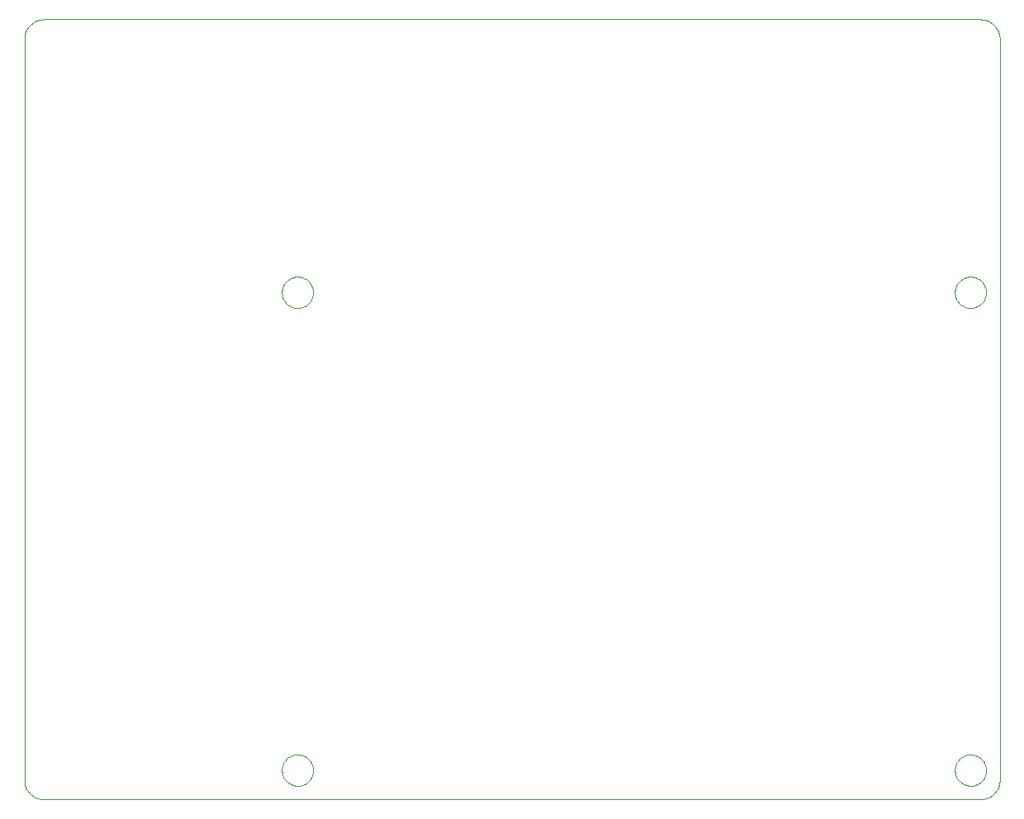
<source format=gbp>
G75*
G70*
%OFA0B0*%
%FSLAX24Y24*%
%IPPOS*%
%LPD*%
%AMOC8*
5,1,8,0,0,1.08239X$1,22.5*
%
%ADD10C,0.0000*%
D10*
X000947Y001087D02*
X038743Y001087D01*
X038743Y001088D02*
X038797Y001090D01*
X038850Y001095D01*
X038903Y001104D01*
X038955Y001117D01*
X039007Y001133D01*
X039057Y001153D01*
X039105Y001176D01*
X039152Y001203D01*
X039197Y001232D01*
X039240Y001265D01*
X039280Y001300D01*
X039318Y001338D01*
X039353Y001378D01*
X039386Y001421D01*
X039415Y001466D01*
X039442Y001513D01*
X039465Y001561D01*
X039485Y001611D01*
X039501Y001663D01*
X039514Y001715D01*
X039523Y001768D01*
X039528Y001821D01*
X039530Y001875D01*
X039530Y031796D01*
X039528Y031850D01*
X039523Y031903D01*
X039514Y031956D01*
X039501Y032008D01*
X039485Y032060D01*
X039465Y032110D01*
X039442Y032158D01*
X039415Y032205D01*
X039386Y032250D01*
X039353Y032293D01*
X039318Y032333D01*
X039280Y032371D01*
X039240Y032406D01*
X039197Y032439D01*
X039152Y032468D01*
X039105Y032495D01*
X039057Y032518D01*
X039007Y032538D01*
X038955Y032554D01*
X038903Y032567D01*
X038850Y032576D01*
X038797Y032581D01*
X038743Y032583D01*
X000947Y032583D01*
X000893Y032581D01*
X000840Y032576D01*
X000787Y032567D01*
X000735Y032554D01*
X000683Y032538D01*
X000633Y032518D01*
X000585Y032495D01*
X000538Y032468D01*
X000493Y032439D01*
X000450Y032406D01*
X000410Y032371D01*
X000372Y032333D01*
X000337Y032293D01*
X000304Y032250D01*
X000275Y032205D01*
X000248Y032158D01*
X000225Y032110D01*
X000205Y032060D01*
X000189Y032008D01*
X000176Y031956D01*
X000167Y031903D01*
X000162Y031850D01*
X000160Y031796D01*
X000160Y001875D01*
X000162Y001821D01*
X000167Y001768D01*
X000176Y001715D01*
X000189Y001663D01*
X000205Y001611D01*
X000225Y001561D01*
X000248Y001513D01*
X000275Y001466D01*
X000304Y001421D01*
X000337Y001378D01*
X000372Y001338D01*
X000410Y001300D01*
X000450Y001265D01*
X000493Y001232D01*
X000538Y001203D01*
X000585Y001176D01*
X000633Y001153D01*
X000683Y001133D01*
X000735Y001117D01*
X000787Y001104D01*
X000840Y001095D01*
X000893Y001090D01*
X000947Y001088D01*
X010554Y002269D02*
X010556Y002319D01*
X010562Y002369D01*
X010572Y002418D01*
X010586Y002466D01*
X010603Y002513D01*
X010624Y002558D01*
X010649Y002602D01*
X010677Y002643D01*
X010709Y002682D01*
X010743Y002719D01*
X010780Y002753D01*
X010820Y002783D01*
X010862Y002810D01*
X010906Y002834D01*
X010952Y002855D01*
X010999Y002871D01*
X011047Y002884D01*
X011097Y002893D01*
X011146Y002898D01*
X011197Y002899D01*
X011247Y002896D01*
X011296Y002889D01*
X011345Y002878D01*
X011393Y002863D01*
X011439Y002845D01*
X011484Y002823D01*
X011527Y002797D01*
X011568Y002768D01*
X011607Y002736D01*
X011643Y002701D01*
X011675Y002663D01*
X011705Y002623D01*
X011732Y002580D01*
X011755Y002536D01*
X011774Y002490D01*
X011790Y002442D01*
X011802Y002393D01*
X011810Y002344D01*
X011814Y002294D01*
X011814Y002244D01*
X011810Y002194D01*
X011802Y002145D01*
X011790Y002096D01*
X011774Y002048D01*
X011755Y002002D01*
X011732Y001958D01*
X011705Y001915D01*
X011675Y001875D01*
X011643Y001837D01*
X011607Y001802D01*
X011568Y001770D01*
X011527Y001741D01*
X011484Y001715D01*
X011439Y001693D01*
X011393Y001675D01*
X011345Y001660D01*
X011296Y001649D01*
X011247Y001642D01*
X011197Y001639D01*
X011146Y001640D01*
X011097Y001645D01*
X011047Y001654D01*
X010999Y001667D01*
X010952Y001683D01*
X010906Y001704D01*
X010862Y001728D01*
X010820Y001755D01*
X010780Y001785D01*
X010743Y001819D01*
X010709Y001856D01*
X010677Y001895D01*
X010649Y001936D01*
X010624Y001980D01*
X010603Y002025D01*
X010586Y002072D01*
X010572Y002120D01*
X010562Y002169D01*
X010556Y002219D01*
X010554Y002269D01*
X010554Y021560D02*
X010556Y021610D01*
X010562Y021660D01*
X010572Y021709D01*
X010586Y021757D01*
X010603Y021804D01*
X010624Y021849D01*
X010649Y021893D01*
X010677Y021934D01*
X010709Y021973D01*
X010743Y022010D01*
X010780Y022044D01*
X010820Y022074D01*
X010862Y022101D01*
X010906Y022125D01*
X010952Y022146D01*
X010999Y022162D01*
X011047Y022175D01*
X011097Y022184D01*
X011146Y022189D01*
X011197Y022190D01*
X011247Y022187D01*
X011296Y022180D01*
X011345Y022169D01*
X011393Y022154D01*
X011439Y022136D01*
X011484Y022114D01*
X011527Y022088D01*
X011568Y022059D01*
X011607Y022027D01*
X011643Y021992D01*
X011675Y021954D01*
X011705Y021914D01*
X011732Y021871D01*
X011755Y021827D01*
X011774Y021781D01*
X011790Y021733D01*
X011802Y021684D01*
X011810Y021635D01*
X011814Y021585D01*
X011814Y021535D01*
X011810Y021485D01*
X011802Y021436D01*
X011790Y021387D01*
X011774Y021339D01*
X011755Y021293D01*
X011732Y021249D01*
X011705Y021206D01*
X011675Y021166D01*
X011643Y021128D01*
X011607Y021093D01*
X011568Y021061D01*
X011527Y021032D01*
X011484Y021006D01*
X011439Y020984D01*
X011393Y020966D01*
X011345Y020951D01*
X011296Y020940D01*
X011247Y020933D01*
X011197Y020930D01*
X011146Y020931D01*
X011097Y020936D01*
X011047Y020945D01*
X010999Y020958D01*
X010952Y020974D01*
X010906Y020995D01*
X010862Y021019D01*
X010820Y021046D01*
X010780Y021076D01*
X010743Y021110D01*
X010709Y021147D01*
X010677Y021186D01*
X010649Y021227D01*
X010624Y021271D01*
X010603Y021316D01*
X010586Y021363D01*
X010572Y021411D01*
X010562Y021460D01*
X010556Y021510D01*
X010554Y021560D01*
X037719Y021560D02*
X037721Y021610D01*
X037727Y021660D01*
X037737Y021709D01*
X037751Y021757D01*
X037768Y021804D01*
X037789Y021849D01*
X037814Y021893D01*
X037842Y021934D01*
X037874Y021973D01*
X037908Y022010D01*
X037945Y022044D01*
X037985Y022074D01*
X038027Y022101D01*
X038071Y022125D01*
X038117Y022146D01*
X038164Y022162D01*
X038212Y022175D01*
X038262Y022184D01*
X038311Y022189D01*
X038362Y022190D01*
X038412Y022187D01*
X038461Y022180D01*
X038510Y022169D01*
X038558Y022154D01*
X038604Y022136D01*
X038649Y022114D01*
X038692Y022088D01*
X038733Y022059D01*
X038772Y022027D01*
X038808Y021992D01*
X038840Y021954D01*
X038870Y021914D01*
X038897Y021871D01*
X038920Y021827D01*
X038939Y021781D01*
X038955Y021733D01*
X038967Y021684D01*
X038975Y021635D01*
X038979Y021585D01*
X038979Y021535D01*
X038975Y021485D01*
X038967Y021436D01*
X038955Y021387D01*
X038939Y021339D01*
X038920Y021293D01*
X038897Y021249D01*
X038870Y021206D01*
X038840Y021166D01*
X038808Y021128D01*
X038772Y021093D01*
X038733Y021061D01*
X038692Y021032D01*
X038649Y021006D01*
X038604Y020984D01*
X038558Y020966D01*
X038510Y020951D01*
X038461Y020940D01*
X038412Y020933D01*
X038362Y020930D01*
X038311Y020931D01*
X038262Y020936D01*
X038212Y020945D01*
X038164Y020958D01*
X038117Y020974D01*
X038071Y020995D01*
X038027Y021019D01*
X037985Y021046D01*
X037945Y021076D01*
X037908Y021110D01*
X037874Y021147D01*
X037842Y021186D01*
X037814Y021227D01*
X037789Y021271D01*
X037768Y021316D01*
X037751Y021363D01*
X037737Y021411D01*
X037727Y021460D01*
X037721Y021510D01*
X037719Y021560D01*
X037719Y002269D02*
X037721Y002319D01*
X037727Y002369D01*
X037737Y002418D01*
X037751Y002466D01*
X037768Y002513D01*
X037789Y002558D01*
X037814Y002602D01*
X037842Y002643D01*
X037874Y002682D01*
X037908Y002719D01*
X037945Y002753D01*
X037985Y002783D01*
X038027Y002810D01*
X038071Y002834D01*
X038117Y002855D01*
X038164Y002871D01*
X038212Y002884D01*
X038262Y002893D01*
X038311Y002898D01*
X038362Y002899D01*
X038412Y002896D01*
X038461Y002889D01*
X038510Y002878D01*
X038558Y002863D01*
X038604Y002845D01*
X038649Y002823D01*
X038692Y002797D01*
X038733Y002768D01*
X038772Y002736D01*
X038808Y002701D01*
X038840Y002663D01*
X038870Y002623D01*
X038897Y002580D01*
X038920Y002536D01*
X038939Y002490D01*
X038955Y002442D01*
X038967Y002393D01*
X038975Y002344D01*
X038979Y002294D01*
X038979Y002244D01*
X038975Y002194D01*
X038967Y002145D01*
X038955Y002096D01*
X038939Y002048D01*
X038920Y002002D01*
X038897Y001958D01*
X038870Y001915D01*
X038840Y001875D01*
X038808Y001837D01*
X038772Y001802D01*
X038733Y001770D01*
X038692Y001741D01*
X038649Y001715D01*
X038604Y001693D01*
X038558Y001675D01*
X038510Y001660D01*
X038461Y001649D01*
X038412Y001642D01*
X038362Y001639D01*
X038311Y001640D01*
X038262Y001645D01*
X038212Y001654D01*
X038164Y001667D01*
X038117Y001683D01*
X038071Y001704D01*
X038027Y001728D01*
X037985Y001755D01*
X037945Y001785D01*
X037908Y001819D01*
X037874Y001856D01*
X037842Y001895D01*
X037814Y001936D01*
X037789Y001980D01*
X037768Y002025D01*
X037751Y002072D01*
X037737Y002120D01*
X037727Y002169D01*
X037721Y002219D01*
X037719Y002269D01*
M02*

</source>
